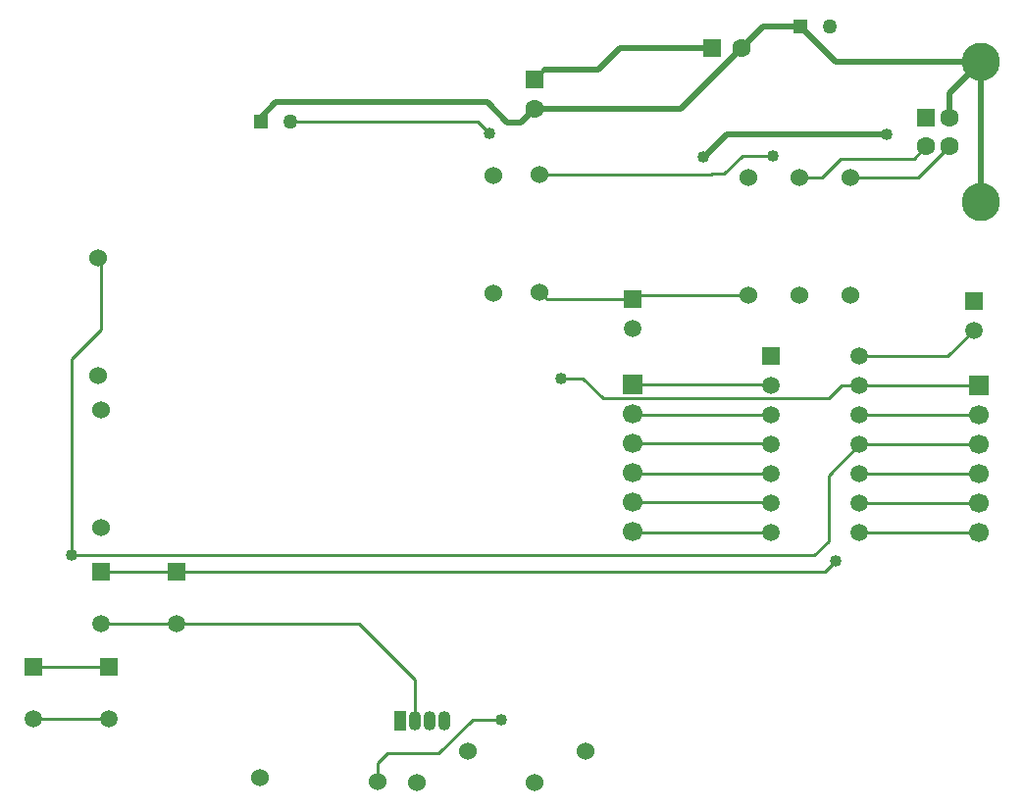
<source format=gbr>
G04 DipTrace 3.0.0.2*
G04 Bottom.gbr*
%MOMM*%
G04 #@! TF.FileFunction,Copper,L2,Bot*
G04 #@! TF.Part,Single*
G04 #@! TA.AperFunction,Conductor*
%ADD13C,0.254*%
%ADD14C,0.508*%
G04 #@! TA.AperFunction,ComponentPad*
%ADD17C,1.6*%
%ADD18R,1.6X1.6*%
%ADD19C,1.27*%
%ADD20R,1.27X1.27*%
%ADD21O,1.05X1.7*%
%ADD22R,1.05X1.7*%
%ADD23R,1.5X1.5*%
%ADD24C,1.5*%
%ADD25R,1.7X1.7*%
%ADD26C,1.7*%
%ADD27C,1.6*%
%ADD28C,3.3*%
%ADD29C,1.524*%
%ADD30C,1.524*%
%ADD32C,1.5*%
G04 #@! TA.AperFunction,ViaPad*
%ADD36C,1.016*%
%FSLAX35Y35*%
G04*
G71*
G90*
G75*
G01*
G04 Bottom*
%LPD*%
X6560047Y4590347D2*
D13*
X7748357D1*
X7758943Y4579760D1*
Y4325760D2*
X6570633D1*
X6560047Y4336347D1*
Y4082347D2*
X7748357D1*
X7758943Y4071760D1*
Y3817760D2*
X6570633D1*
X6560047Y3828347D1*
Y3574347D2*
X7748357D1*
X7758943Y3563760D1*
Y3309760D2*
X6570633D1*
X6560047Y3320347D1*
X9549370Y3313927D2*
X8525110D1*
X8520943Y3309760D1*
X9549370Y4329927D2*
X8525110D1*
X8520943Y4325760D1*
X1977503Y2972920D2*
X2627503D1*
X8225420D1*
X8315647Y3063147D1*
X9549370Y4075927D2*
X8525110D1*
X8520943Y4071760D1*
X1388187Y2151663D2*
X2038187D1*
X1723430Y3113630D2*
Y4809970D1*
X1973007Y5059547D1*
Y5659027D1*
X1953160Y5678873D1*
X1723430Y3113630D2*
X8133607D1*
X8252803Y3232827D1*
Y3803620D1*
X8520943Y4071760D1*
Y3563760D2*
X9545203D1*
X9549370Y3567927D1*
X8520943Y4579760D2*
X9545203D1*
X9549370Y4583927D1*
X8520943Y4579760D2*
X8368950D1*
X8256050Y4466860D1*
X6306027D1*
X6128857Y4644030D1*
X5942960D1*
X2038187Y1701663D2*
X1388187D1*
X1977503Y2522920D2*
X2627503D1*
X4201913D1*
X4687210Y2037623D1*
Y1686983D1*
X4683540Y1683313D1*
X6562640Y5324070D2*
X5828080D1*
X5763290Y5388860D1*
X7563340Y5360220D2*
X6598790D1*
X6562640Y5324070D1*
X7246567Y7489987D2*
D14*
X6450200D1*
X6264653Y7304440D1*
X5799157D1*
D13*
X5717790Y7223073D1*
X8520943Y4833760D2*
X9285197D1*
X9505850Y5054413D1*
X9568703Y7371820D2*
D14*
Y6167820D1*
X9297703Y6894820D2*
Y7100820D1*
X9568703Y7371820D1*
X8318900D1*
X8013897Y7676823D1*
X7687403D1*
X7500567Y7489987D1*
X5717790Y6969073D2*
X6979653D1*
X7500567Y7489987D1*
X3352923Y6855433D2*
Y6894810D1*
X3481940Y7023827D1*
X5308650D1*
X5482957Y6849520D1*
X5598237D1*
X5717790Y6969073D1*
X5763290Y6404860D2*
D13*
X7244787D1*
X7250380Y6410453D1*
X7355147D1*
X7510873Y6566180D1*
X7777597D1*
X3606923Y6855433D2*
X5222067D1*
X5324370Y6753130D1*
X8002310Y6380047D2*
X8198073D1*
X8356373Y6538347D1*
X8991230D1*
X9097703Y6644820D1*
X8442947Y6378453D2*
X9031337D1*
X9297703Y6644820D1*
X7171527Y6552057D2*
D14*
X7183333D1*
X7380270Y6748993D1*
X8757580D1*
X8520943Y3817760D2*
D13*
X9545203D1*
X9549370Y3821927D1*
X5425010Y1696773D2*
X5183580D1*
X4890113Y1403307D1*
X4445660D1*
X4365853Y1323500D1*
Y1163593D1*
D36*
X8315647Y3063147D3*
X1723430Y3113630D3*
D3*
X5942960Y4644030D3*
X7777597Y6566180D3*
X5324370Y6753130D3*
X7171527Y6552057D3*
X8757580Y6748993D3*
X5425010Y1696773D3*
D17*
X5717790Y6969073D3*
D18*
Y7223073D3*
D17*
X7500567Y7489987D3*
D18*
X7246567D3*
D19*
X8267897Y7676823D3*
D20*
X8013897D3*
D19*
X3606923Y6855433D3*
D20*
X3352923D3*
D21*
X4937540Y1683313D3*
X4683540D3*
D22*
X4556540D3*
D21*
X4810540D3*
D23*
X6562640Y5324070D3*
D24*
Y5070070D3*
D23*
X9505850Y5308413D3*
D24*
Y5054413D3*
D25*
X9549370Y4583927D3*
D26*
Y4329927D3*
Y4075927D3*
Y3821927D3*
Y3567927D3*
Y3313927D3*
D25*
X6560047Y4590347D3*
D26*
Y4336347D3*
Y4082347D3*
Y3828347D3*
Y3574347D3*
Y3320347D3*
D18*
X9097703Y6894820D3*
D27*
Y6644820D3*
X9297703D3*
Y6894820D3*
D28*
X9568703Y6167820D3*
Y7371820D3*
D29*
X5763290Y5388860D3*
D30*
Y6404860D3*
D29*
X5365063Y5377910D3*
D30*
Y6393910D3*
D29*
X1953160Y5678873D3*
D30*
Y4662873D3*
D29*
X1972573Y4371377D3*
D30*
Y3355377D3*
D29*
X7563340Y5360220D3*
D30*
Y6376220D3*
D29*
X8002310Y6380047D3*
D30*
Y5364047D3*
D29*
X8442947Y6378453D3*
D30*
Y5362453D3*
D29*
X5144087Y1419180D3*
D30*
X6160087D3*
D29*
X4699633Y1149333D3*
D30*
X5715633D3*
D29*
X3350400Y1196953D3*
D30*
X4365853Y1163593D3*
D23*
X1977503Y2972920D3*
D32*
Y2522920D3*
X2627503D3*
D23*
Y2972920D3*
X1388187Y2151663D3*
D32*
Y1701663D3*
X2038187D3*
D23*
Y2151663D3*
X7758943Y4833760D3*
D24*
Y4579760D3*
Y4325760D3*
Y4071760D3*
Y3817760D3*
Y3563760D3*
Y3309760D3*
X8520943D3*
Y3563760D3*
Y3817760D3*
Y4071760D3*
Y4325760D3*
Y4579760D3*
Y4833760D3*
M02*

</source>
